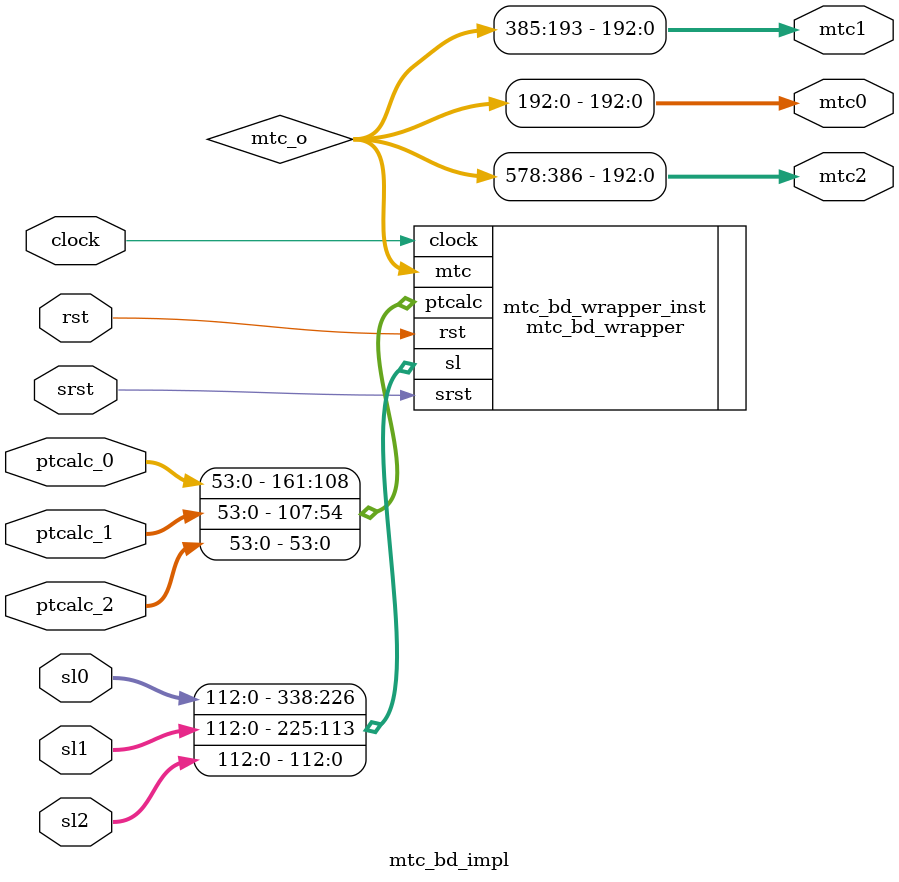
<source format=v>



 /* -----\/----- EXCLUDED -----\/-----
parameter PTCALC2MTC_LEN_i = 54 ;
parameter PL2MTC_LEN_i = 113 ;
parameter MTC2SL_LEN_i = 193 ;
 -----/\----- EXCLUDED -----/\----- */

module mtc_bd_impl #(
		     parameter PTCALC_WIDTH=54,
		     parameter SLCPIPELINE_WIDTH=113,
		     parameter MTC2SL_LEN = 193,
		     parameter c_NUM_THREADS=3,
		     parameter c_MAX_NUM_SL = 3,
	 	     parameter n_PRIMARY_MTC = 3
		     )
   (
    input 			  clock,
    input 			  rst,
    input 			  srst,
    input [PTCALC_WIDTH-1:0] 	  ptcalc_0,
    input [PTCALC_WIDTH-1:0] 	  ptcalc_1,
    input [PTCALC_WIDTH-1:0] 	  ptcalc_2,
    input [SLCPIPELINE_WIDTH-1:0] sl0,
    input [SLCPIPELINE_WIDTH-1:0] sl1,
    input [SLCPIPELINE_WIDTH-1:0] sl2,
    output [MTC2SL_LEN-1:0] 	  mtc0,
    output [MTC2SL_LEN-1:0] 	  mtc1,
    output [MTC2SL_LEN-1:0] 	  mtc2
   
    );
   
   wire [MTC2SL_LEN*3-1:0] 	  mtc_o;


   assign {mtc2, mtc1, mtc0} = mtc_o;
   
   
   mtc_bd_wrapper #(
		    .PTCALC_WIDTH(PTCALC_WIDTH),
		    .SLCPIPELINE_WIDTH(SLCPIPELINE_WIDTH),
		    .c_NUM_THREADS(c_NUM_THREADS),
		    .c_MAX_NUM_SL (c_MAX_NUM_SL),
		    .n_PRIMARY_MTC(n_PRIMARY_MTC),
		    .MTC2SL_LEN(MTC2SL_LEN)
		    )
   mtc_bd_wrapper_inst(
		       .clock(clock),
		       .rst(rst),
		       .srst(srst),
		       .ptcalc({ptcalc_0, ptcalc_1,ptcalc_2}),
		       .sl({sl0,sl1,sl2}),
		       .mtc(mtc_o)
		       );
   
endmodule // mtc_impl

</source>
